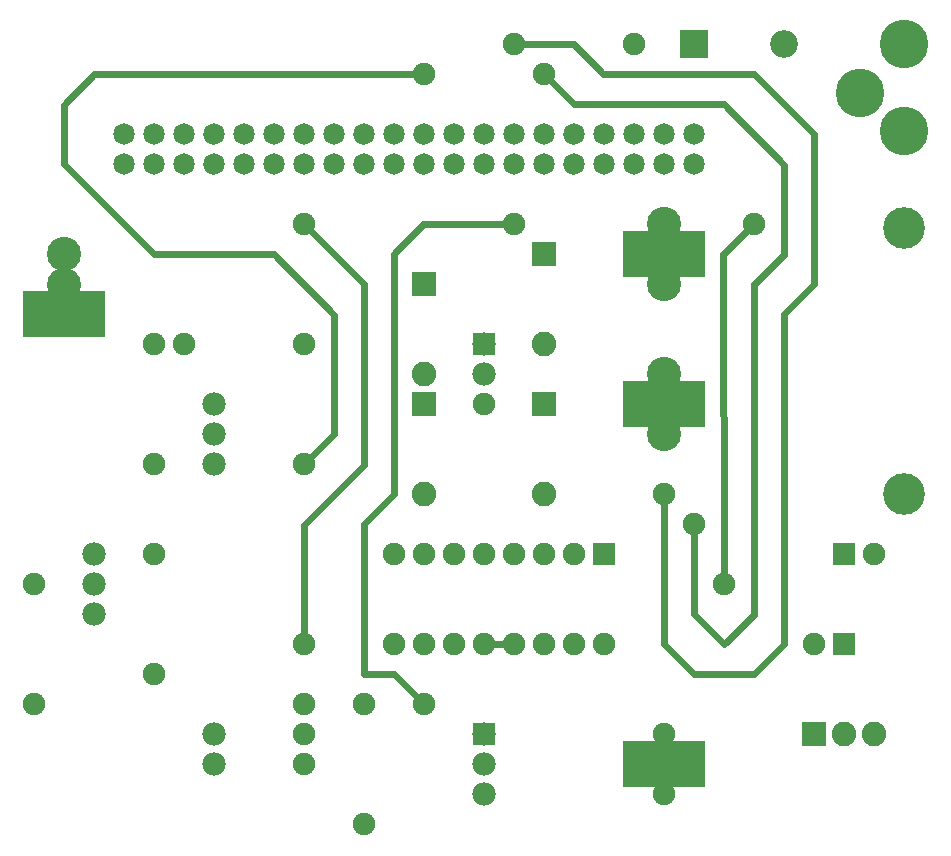
<source format=gtl>
G04 MADE WITH FRITZING*
G04 WWW.FRITZING.ORG*
G04 DOUBLE SIDED*
G04 HOLES PLATED*
G04 CONTOUR ON CENTER OF CONTOUR VECTOR*
%ASAXBY*%
%FSLAX23Y23*%
%MOIN*%
%OFA0B0*%
%SFA1.0B1.0*%
%ADD10C,0.114173*%
%ADD11C,0.075433*%
%ADD12C,0.078000*%
%ADD13C,0.162000*%
%ADD14C,0.075000*%
%ADD15C,0.071889*%
%ADD16C,0.071917*%
%ADD17C,0.082000*%
%ADD18C,0.138889*%
%ADD19C,0.092000*%
%ADD20R,0.275590X0.157480*%
%ADD21R,0.075000X0.075000*%
%ADD22R,0.082000X0.082000*%
%ADD23R,0.078000X0.078000*%
%ADD24R,0.092000X0.092000*%
%ADD25C,0.024000*%
%LNCOPPER1*%
G90*
G70*
G54D10*
X2422Y2116D03*
X2422Y1616D03*
G54D11*
X2422Y416D03*
G54D12*
X522Y1016D03*
X522Y916D03*
X522Y816D03*
X922Y1316D03*
X922Y1416D03*
X922Y1516D03*
G54D11*
X1622Y516D03*
X2522Y1116D03*
X2422Y1216D03*
X1222Y1316D03*
X2622Y916D03*
X1822Y1516D03*
X2322Y2716D03*
X1222Y716D03*
G54D13*
X3223Y2428D03*
X3222Y2716D03*
X3075Y2553D03*
X3223Y2428D03*
X3222Y2716D03*
X3075Y2553D03*
G54D14*
X3022Y1016D03*
X3122Y1016D03*
X3022Y716D03*
X2922Y716D03*
X1222Y516D03*
X1222Y416D03*
X1222Y316D03*
X1422Y516D03*
X1422Y116D03*
G54D12*
X922Y416D03*
X922Y316D03*
G54D15*
X2522Y2416D03*
X2422Y2416D03*
X2322Y2416D03*
X2222Y2416D03*
G54D16*
X2122Y2416D03*
G54D15*
X2022Y2416D03*
X1922Y2416D03*
X1822Y2416D03*
X1722Y2416D03*
G54D16*
X1622Y2416D03*
G54D15*
X1522Y2416D03*
G54D16*
X1422Y2416D03*
G54D15*
X1322Y2416D03*
X1222Y2416D03*
X1122Y2416D03*
X1022Y2416D03*
G54D16*
X922Y2416D03*
G54D15*
X822Y2416D03*
X722Y2416D03*
X622Y2416D03*
X622Y2316D03*
X722Y2316D03*
X822Y2316D03*
G54D16*
X922Y2316D03*
G54D15*
X1022Y2316D03*
X1122Y2316D03*
X1222Y2316D03*
X1322Y2316D03*
G54D16*
X1422Y2316D03*
G54D15*
X1522Y2316D03*
G54D16*
X1622Y2316D03*
G54D15*
X1722Y2316D03*
X1822Y2316D03*
X1922Y2316D03*
X2022Y2316D03*
G54D16*
X2122Y2316D03*
G54D15*
X2222Y2316D03*
X2322Y2316D03*
X2422Y2316D03*
X2522Y2316D03*
G54D14*
X722Y616D03*
X722Y1016D03*
X322Y516D03*
X322Y916D03*
G54D17*
X2922Y416D03*
X3022Y416D03*
X3122Y416D03*
G54D14*
X2222Y1016D03*
X2222Y716D03*
X2122Y1016D03*
X2122Y716D03*
X2022Y1016D03*
X2022Y716D03*
X1922Y1016D03*
X1922Y716D03*
X1822Y1016D03*
X1822Y716D03*
X1722Y1016D03*
X1722Y716D03*
X1622Y1016D03*
X1622Y716D03*
X1522Y1016D03*
X1522Y716D03*
G54D12*
X1822Y1716D03*
X1822Y1616D03*
G54D17*
X2022Y1516D03*
X2022Y1218D03*
X1622Y1516D03*
X1622Y1218D03*
X1622Y1916D03*
X1622Y1618D03*
X2022Y2016D03*
X2022Y1718D03*
G54D18*
X3222Y2105D03*
X3222Y1216D03*
G54D19*
X2522Y2716D03*
X2822Y2716D03*
G54D14*
X722Y1716D03*
X722Y1316D03*
X822Y1716D03*
X1222Y1716D03*
G54D12*
X1822Y416D03*
X1822Y316D03*
X1822Y216D03*
G54D11*
X1222Y2116D03*
X1621Y2617D03*
X1922Y2716D03*
X2022Y2616D03*
X1922Y2118D03*
X2722Y2116D03*
G54D10*
X423Y1915D03*
X2422Y1416D03*
X2422Y1916D03*
G54D11*
X2422Y216D03*
G54D10*
X422Y2016D03*
G54D20*
X2422Y1516D03*
X422Y1816D03*
X2422Y2016D03*
X2422Y316D03*
G54D21*
X3022Y1016D03*
X3022Y716D03*
G54D22*
X2922Y416D03*
G54D21*
X2222Y1016D03*
G54D23*
X1822Y1716D03*
G54D22*
X2022Y1517D03*
X1622Y1517D03*
X1622Y1917D03*
X2022Y2017D03*
G54D24*
X2522Y2716D03*
G54D23*
X1822Y416D03*
G54D25*
X2422Y1587D02*
X2422Y1589D01*
D02*
X2422Y2087D02*
X2422Y2089D01*
D02*
X2422Y387D02*
X2422Y389D01*
D02*
X1893Y716D02*
X1850Y716D01*
D02*
X2620Y2016D02*
X2701Y2096D01*
D02*
X2622Y945D02*
X2620Y2016D01*
D02*
X1322Y1416D02*
X1322Y1815D01*
D02*
X1322Y1815D02*
X1121Y2016D01*
D02*
X1121Y2016D02*
X722Y2016D01*
D02*
X722Y2016D02*
X422Y2317D01*
D02*
X422Y2317D02*
X422Y2515D01*
D02*
X422Y2515D02*
X521Y2617D01*
D02*
X521Y2617D02*
X1592Y2617D01*
D02*
X1242Y1336D02*
X1322Y1416D01*
D02*
X1924Y724D02*
X1922Y716D01*
D02*
X1421Y1117D02*
X1421Y617D01*
D02*
X1893Y2118D02*
X1620Y2118D01*
D02*
X1523Y2017D02*
X1522Y1216D01*
D02*
X1620Y2118D02*
X1523Y2017D01*
D02*
X1522Y1216D02*
X1421Y1117D01*
D02*
X1421Y617D02*
X1522Y617D01*
D02*
X1522Y617D02*
X1601Y537D01*
D02*
X2220Y2617D02*
X2123Y2718D01*
D02*
X2123Y2718D02*
X1950Y2716D01*
D02*
X2722Y2617D02*
X2220Y2617D01*
D02*
X2921Y2418D02*
X2722Y2617D01*
D02*
X2821Y1816D02*
X2921Y1916D01*
D02*
X2921Y1916D02*
X2921Y2418D01*
D02*
X2821Y716D02*
X2821Y1816D01*
D02*
X2722Y617D02*
X2821Y716D01*
D02*
X2522Y617D02*
X2722Y617D01*
D02*
X2422Y1187D02*
X2423Y716D01*
D02*
X2423Y716D02*
X2522Y617D01*
D02*
X2123Y2517D02*
X2042Y2596D01*
D02*
X2622Y2517D02*
X2123Y2517D01*
D02*
X2821Y2315D02*
X2622Y2517D01*
D02*
X2522Y816D02*
X2622Y716D01*
D02*
X2722Y815D02*
X2722Y1916D01*
D02*
X2821Y2015D02*
X2821Y2315D01*
D02*
X2722Y1916D02*
X2821Y2015D01*
D02*
X2522Y1087D02*
X2522Y816D01*
D02*
X2622Y716D02*
X2722Y815D01*
D02*
X1423Y1917D02*
X1242Y2096D01*
D02*
X1421Y1315D02*
X1423Y1917D01*
D02*
X1222Y745D02*
X1221Y1115D01*
D02*
X1221Y1115D02*
X1421Y1315D01*
D02*
X423Y1886D02*
X423Y1889D01*
D02*
X2422Y1443D02*
X2422Y1445D01*
G04 End of Copper1*
M02*
</source>
